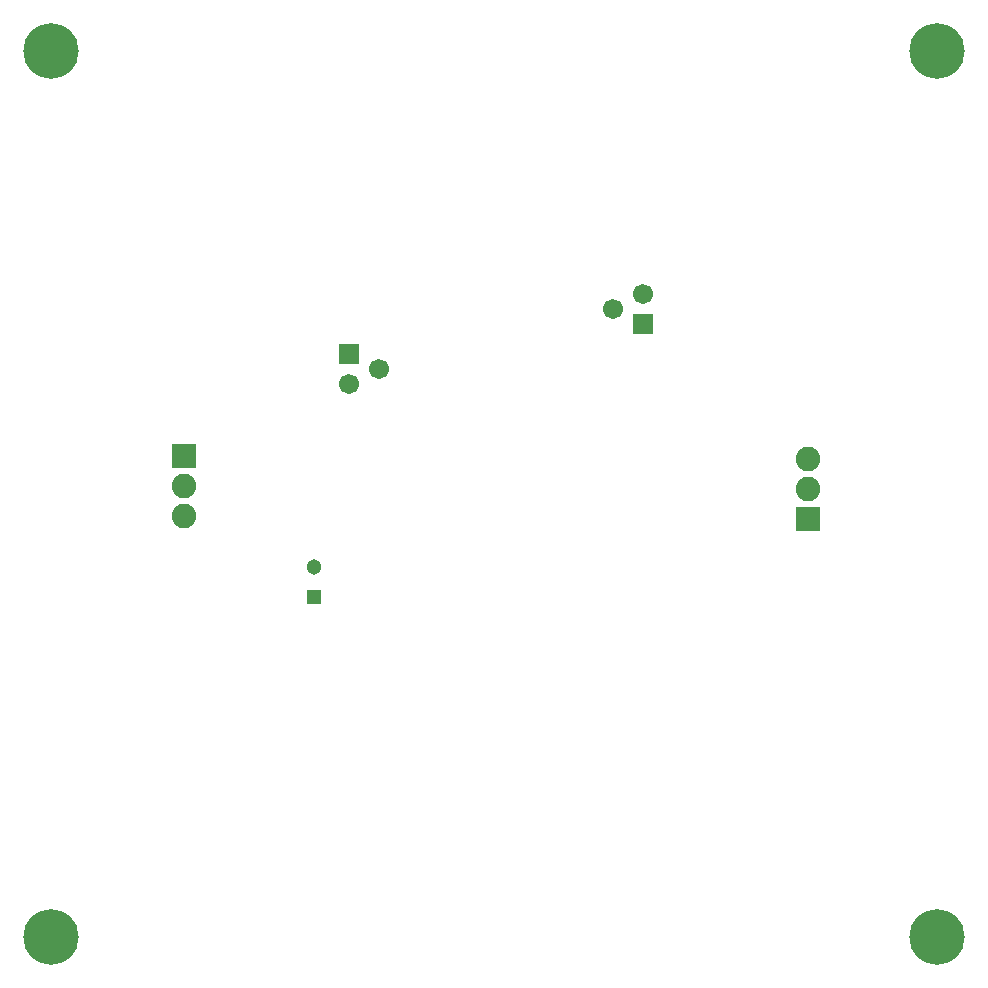
<source format=gbr>
G04*
G04 #@! TF.GenerationSoftware,Altium Limited,Altium Designer,24.2.2 (26)*
G04*
G04 Layer_Color=16711935*
%FSLAX45Y45*%
%MOMM*%
G71*
G04*
G04 #@! TF.SameCoordinates,7AAD8A9D-A8BC-4A06-A169-5CC17A717069*
G04*
G04*
G04 #@! TF.FilePolarity,Negative*
G04*
G01*
G75*
%ADD21R,1.70180X1.70180*%
%ADD22C,1.70180*%
%ADD23R,2.08280X2.08280*%
%ADD24C,2.08280*%
%ADD25R,1.30320X1.30320*%
%ADD26C,1.30320*%
%ADD27C,4.70320*%
D21*
X9588500Y10833100D02*
D03*
X12077700Y11087100D02*
D03*
D22*
X9842500Y10706100D02*
D03*
X9588500Y10579100D02*
D03*
X11823700Y11214100D02*
D03*
X12077700Y11341100D02*
D03*
D23*
X8191500Y9969500D02*
D03*
X13474699Y9436100D02*
D03*
D24*
X8191500Y9715500D02*
D03*
Y9461500D02*
D03*
X13474699Y9690100D02*
D03*
Y9944100D02*
D03*
D25*
X9296400Y8775700D02*
D03*
D26*
Y9025702D02*
D03*
D27*
X14571599Y5895848D02*
D03*
Y13395848D02*
D03*
X7071599Y5895848D02*
D03*
Y13395848D02*
D03*
M02*

</source>
